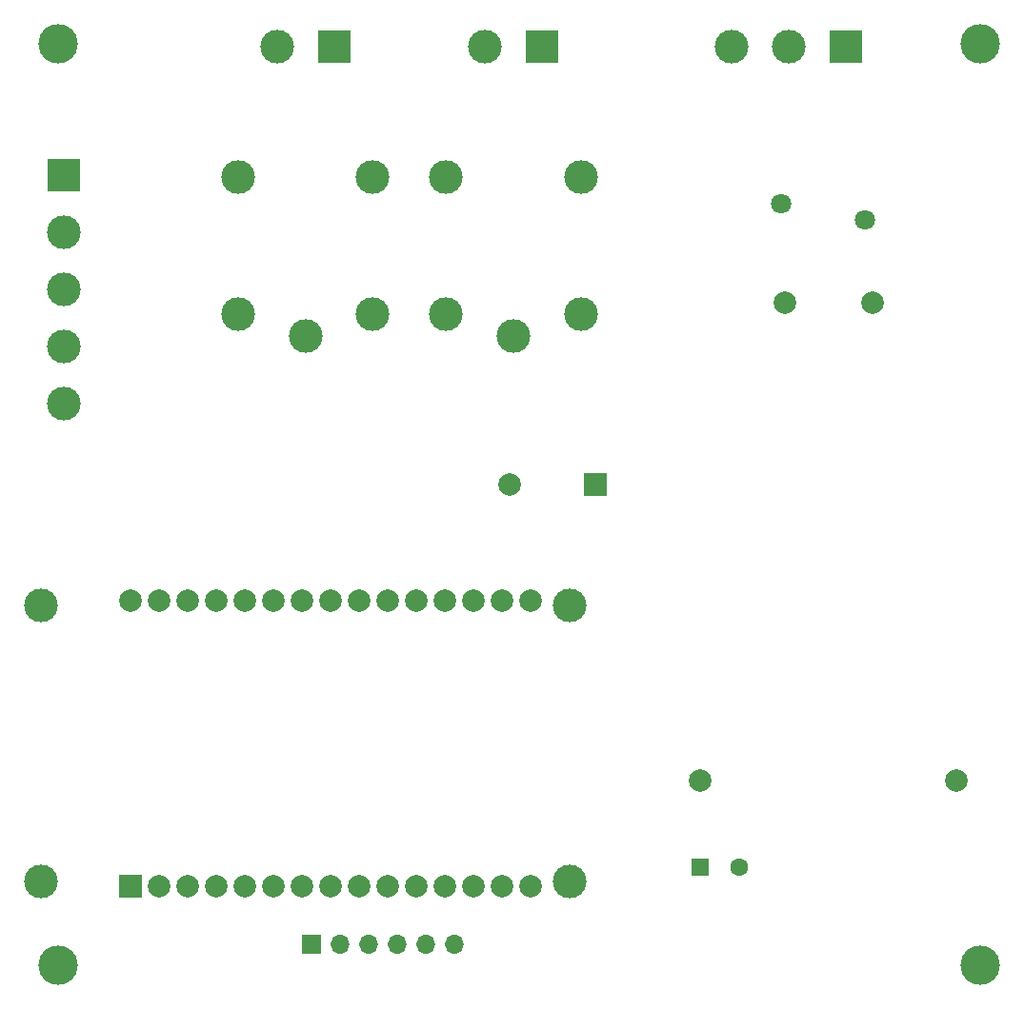
<source format=gbr>
%TF.GenerationSoftware,KiCad,Pcbnew,(6.0.7)*%
%TF.CreationDate,2022-11-19T09:32:58+05:30*%
%TF.ProjectId,ESP32_Drive,45535033-325f-4447-9269-76652e6b6963,rev?*%
%TF.SameCoordinates,Original*%
%TF.FileFunction,Soldermask,Bot*%
%TF.FilePolarity,Negative*%
%FSLAX46Y46*%
G04 Gerber Fmt 4.6, Leading zero omitted, Abs format (unit mm)*
G04 Created by KiCad (PCBNEW (6.0.7)) date 2022-11-19 09:32:58*
%MOMM*%
%LPD*%
G01*
G04 APERTURE LIST*
%ADD10R,3.000000X3.000000*%
%ADD11C,3.000000*%
%ADD12R,2.000000X2.000000*%
%ADD13C,2.000000*%
%ADD14R,1.700000X1.700000*%
%ADD15O,1.700000X1.700000*%
%ADD16R,1.600000X1.600000*%
%ADD17C,1.600000*%
%ADD18C,3.500000*%
%ADD19C,1.800000*%
G04 APERTURE END LIST*
D10*
%TO.C,J2*%
X54500000Y-75750000D03*
D11*
X54500000Y-80830000D03*
X54500000Y-85910000D03*
X54500000Y-90990000D03*
X54500000Y-96070000D03*
%TD*%
%TO.C,U1*%
X52525000Y-113997500D03*
X99475000Y-113997500D03*
X52525000Y-138507500D03*
X99475000Y-138507500D03*
D12*
X60485000Y-138927500D03*
D13*
X63025000Y-138927500D03*
X65565000Y-138927500D03*
X68105000Y-138927500D03*
X70645000Y-138927500D03*
X73185000Y-138927500D03*
X75725000Y-138927500D03*
X78265000Y-138927500D03*
X80805000Y-138927500D03*
X83345000Y-138927500D03*
X85885000Y-138927500D03*
X88425000Y-138927500D03*
X90965000Y-138927500D03*
X93505000Y-138927500D03*
X96045000Y-138927500D03*
X96045000Y-113527500D03*
X93505000Y-113527500D03*
X90965000Y-113527500D03*
X88425000Y-113527500D03*
X85885000Y-113527500D03*
X83345000Y-113527500D03*
X80805000Y-113527500D03*
X78265000Y-113527500D03*
X75725000Y-113527500D03*
X73185000Y-113527500D03*
X70645000Y-113527500D03*
X68105000Y-113527500D03*
X65565000Y-113527500D03*
X63025000Y-113527500D03*
X60485000Y-113527500D03*
%TD*%
D12*
%TO.C,BZ1*%
X101750000Y-103250000D03*
D13*
X94150000Y-103250000D03*
%TD*%
D10*
%TO.C,J1*%
X124080000Y-64250000D03*
D11*
X119000000Y-64250000D03*
X113920000Y-64250000D03*
%TD*%
D14*
%TO.C,J5*%
X76550000Y-144100000D03*
D15*
X79090000Y-144100000D03*
X81630000Y-144100000D03*
X84170000Y-144100000D03*
X86710000Y-144100000D03*
X89250000Y-144100000D03*
%TD*%
D16*
%TO.C,C1*%
X111097349Y-137250000D03*
D17*
X114597349Y-137250000D03*
%TD*%
D18*
%TO.C,H2*%
X136000000Y-146000000D03*
%TD*%
D19*
%TO.C,RV1*%
X125750000Y-79700000D03*
X118250000Y-78300000D03*
%TD*%
D11*
%TO.C,K2*%
X94500000Y-90050000D03*
X88500000Y-75850000D03*
X100500000Y-75850000D03*
X100500000Y-88050000D03*
X88500000Y-88050000D03*
%TD*%
D18*
%TO.C,H4*%
X54000000Y-146000000D03*
%TD*%
%TO.C,H3*%
X136000000Y-64000000D03*
%TD*%
%TO.C,H1*%
X54000000Y-64000000D03*
%TD*%
D11*
%TO.C,K1*%
X76000000Y-90050000D03*
X70000000Y-75850000D03*
X82000000Y-75850000D03*
X82000000Y-88050000D03*
X70000000Y-88050000D03*
%TD*%
D10*
%TO.C,J4*%
X97040000Y-64250000D03*
D11*
X91960000Y-64250000D03*
%TD*%
D13*
%TO.C,PS1*%
X126400000Y-87050000D03*
X118600000Y-87050000D03*
X133900000Y-129550000D03*
X111100000Y-129550000D03*
%TD*%
D10*
%TO.C,J3*%
X78540000Y-64250000D03*
D11*
X73460000Y-64250000D03*
%TD*%
M02*

</source>
